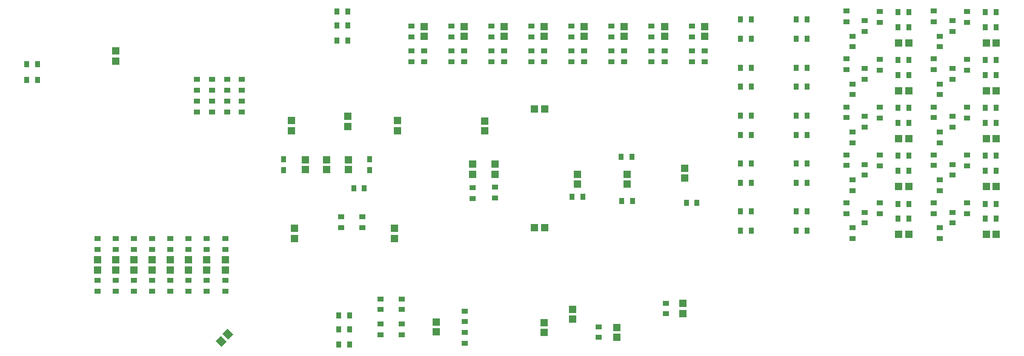
<source format=gbr>
%TF.GenerationSoftware,Altium Limited,Altium Designer,22.4.2 (48)*%
G04 Layer_Color=128*
%FSLAX45Y45*%
%MOMM*%
%TF.SameCoordinates,1579B7B8-C0FA-446B-BA7A-E71437B095E0*%
%TF.FilePolarity,Positive*%
%TF.FileFunction,Paste,Bot*%
%TF.Part,Single*%
G01*
G75*
%TA.AperFunction,SMDPad,CuDef*%
%ADD20R,1.10000X1.05000*%
%ADD21R,1.05000X1.10000*%
%ADD25R,0.90000X0.70000*%
%ADD43R,0.70000X0.90000*%
%ADD91R,0.70000X0.85000*%
%TA.AperFunction,ConnectorPad*%
%ADD92R,0.70000X0.90000*%
%TA.AperFunction,SMDPad,CuDef*%
G04:AMPARAMS|DCode=93|XSize=1.1mm|YSize=1.05mm|CornerRadius=0mm|HoleSize=0mm|Usage=FLASHONLY|Rotation=315.000|XOffset=0mm|YOffset=0mm|HoleType=Round|Shape=Rectangle|*
%AMROTATEDRECTD93*
4,1,4,-0.76014,0.01768,-0.01768,0.76014,0.76014,-0.01768,0.01768,-0.76014,-0.76014,0.01768,0.0*
%
%ADD93ROTATEDRECTD93*%

D20*
X4170001Y2370000D02*
D03*
Y2230000D02*
D03*
X9600002Y3569999D02*
D03*
Y3429998D02*
D03*
X6100000Y3630000D02*
D03*
Y3770000D02*
D03*
X6400000Y3630000D02*
D03*
Y3770000D02*
D03*
X11080000Y1760000D02*
D03*
Y1620000D02*
D03*
X8307497Y4313751D02*
D03*
Y4173751D02*
D03*
X10300000Y3570002D02*
D03*
Y3430002D02*
D03*
X11100000Y3655000D02*
D03*
Y3515000D02*
D03*
X8140000Y3710000D02*
D03*
Y3570000D02*
D03*
X8455000Y3710000D02*
D03*
Y3570000D02*
D03*
X3150000Y5290000D02*
D03*
Y5150000D02*
D03*
X6395000Y4235000D02*
D03*
Y4375000D02*
D03*
X5650000Y2810000D02*
D03*
Y2670000D02*
D03*
X5605000Y4180000D02*
D03*
Y4320000D02*
D03*
X7090000Y4180000D02*
D03*
Y4320000D02*
D03*
X7050000Y2670000D02*
D03*
Y2810000D02*
D03*
X5800000Y3630000D02*
D03*
Y3770000D02*
D03*
X7630000Y1500991D02*
D03*
Y1360991D02*
D03*
X9535002Y1540001D02*
D03*
Y1680001D02*
D03*
X10155002Y1285001D02*
D03*
Y1425001D02*
D03*
X9135002Y1352502D02*
D03*
Y1492502D02*
D03*
X2895001Y2370000D02*
D03*
Y2230000D02*
D03*
X3150001Y2370000D02*
D03*
Y2230000D02*
D03*
X4425001Y2370000D02*
D03*
Y2230000D02*
D03*
X3660001Y2370000D02*
D03*
Y2230000D02*
D03*
X3405001Y2370000D02*
D03*
Y2230000D02*
D03*
X3915001Y2370000D02*
D03*
Y2230000D02*
D03*
X4680001Y2370000D02*
D03*
Y2230000D02*
D03*
X8579007Y5494999D02*
D03*
Y5634998D02*
D03*
X9139007Y5494999D02*
D03*
Y5634998D02*
D03*
X8019007Y5494999D02*
D03*
Y5634998D02*
D03*
X7459007D02*
D03*
Y5494999D02*
D03*
X10259007D02*
D03*
Y5634998D02*
D03*
X11379006Y5494999D02*
D03*
Y5634998D02*
D03*
X9699007Y5494999D02*
D03*
Y5634998D02*
D03*
X10819007Y5494999D02*
D03*
Y5634998D02*
D03*
D21*
X9005000Y4480000D02*
D03*
X9145000D02*
D03*
X9005000Y2825000D02*
D03*
X9145000D02*
D03*
X15455000Y3394998D02*
D03*
X15314999D02*
D03*
X14089999Y2724998D02*
D03*
X14230000D02*
D03*
X15455000Y5405000D02*
D03*
X15314999D02*
D03*
X14230005Y4064998D02*
D03*
X14089999D02*
D03*
X14230000Y3394998D02*
D03*
X14089999D02*
D03*
X14230000Y4734998D02*
D03*
X14089999D02*
D03*
X14230000Y5404998D02*
D03*
X14089999D02*
D03*
X15455000Y4064998D02*
D03*
X15314999D02*
D03*
X15455005Y2724998D02*
D03*
X15314999D02*
D03*
X15455000Y4734998D02*
D03*
X15314999D02*
D03*
D25*
X6850000Y1475000D02*
D03*
Y1325000D02*
D03*
Y1825000D02*
D03*
Y1675000D02*
D03*
X4285000Y4440000D02*
D03*
Y4590000D02*
D03*
Y4745000D02*
D03*
Y4895000D02*
D03*
X4170001Y2515000D02*
D03*
Y2665000D02*
D03*
Y1935000D02*
D03*
Y2085000D02*
D03*
X6600000Y2825000D02*
D03*
Y2975000D02*
D03*
X6300000Y2975000D02*
D03*
Y2825000D02*
D03*
X10835000Y1615000D02*
D03*
Y1765000D02*
D03*
X7150000Y1675000D02*
D03*
Y1825000D02*
D03*
Y1325000D02*
D03*
Y1475000D02*
D03*
X8140000Y3230000D02*
D03*
Y3380000D02*
D03*
X8455000Y3390000D02*
D03*
Y3240000D02*
D03*
X4495000Y4895000D02*
D03*
Y4745000D02*
D03*
Y4590000D02*
D03*
Y4440000D02*
D03*
X4705000Y4895000D02*
D03*
Y4745000D02*
D03*
Y4590000D02*
D03*
Y4440000D02*
D03*
X4915000Y4590000D02*
D03*
Y4440000D02*
D03*
Y4895000D02*
D03*
Y4745000D02*
D03*
X8030000Y1355000D02*
D03*
Y1205000D02*
D03*
X8030000Y1505000D02*
D03*
Y1655000D02*
D03*
X9895682Y1435001D02*
D03*
Y1285001D02*
D03*
X2895001Y1935000D02*
D03*
Y2085000D02*
D03*
Y2515000D02*
D03*
Y2665000D02*
D03*
X3150001Y1935000D02*
D03*
Y2085000D02*
D03*
Y2515000D02*
D03*
Y2665000D02*
D03*
X4425001Y2515000D02*
D03*
Y2665000D02*
D03*
Y1935000D02*
D03*
Y2085000D02*
D03*
X3660001Y2515000D02*
D03*
Y2665000D02*
D03*
Y1935000D02*
D03*
Y2085000D02*
D03*
X3405001Y2515000D02*
D03*
Y2665000D02*
D03*
Y1935000D02*
D03*
Y2085000D02*
D03*
X3915001Y2515000D02*
D03*
Y2665000D02*
D03*
Y1935000D02*
D03*
Y2085000D02*
D03*
X4680001Y2515000D02*
D03*
Y2665000D02*
D03*
Y1935000D02*
D03*
Y2085000D02*
D03*
X8399007Y5639997D02*
D03*
Y5490000D02*
D03*
X8579007Y5144997D02*
D03*
Y5294999D02*
D03*
X8399007Y5144997D02*
D03*
Y5294999D02*
D03*
X8959007Y5639997D02*
D03*
Y5490000D02*
D03*
X9139007Y5144997D02*
D03*
Y5294999D02*
D03*
X8959007Y5144997D02*
D03*
Y5294999D02*
D03*
X7839007Y5639997D02*
D03*
Y5490000D02*
D03*
X8019007Y5144997D02*
D03*
Y5294999D02*
D03*
X7839007Y5144997D02*
D03*
Y5294999D02*
D03*
X7279008Y5490000D02*
D03*
Y5639997D02*
D03*
X7459007Y5294999D02*
D03*
Y5144997D02*
D03*
X7279008Y5294999D02*
D03*
Y5144997D02*
D03*
X10079007Y5639997D02*
D03*
Y5490000D02*
D03*
X10259007Y5144997D02*
D03*
Y5294999D02*
D03*
X10079007Y5144997D02*
D03*
Y5294999D02*
D03*
X11199007Y5639997D02*
D03*
Y5490000D02*
D03*
X11379006Y5144997D02*
D03*
Y5294999D02*
D03*
X11199007Y5144997D02*
D03*
Y5294999D02*
D03*
X9519007Y5639997D02*
D03*
Y5490000D02*
D03*
X9699007Y5144997D02*
D03*
Y5294999D02*
D03*
X9519007Y5144997D02*
D03*
Y5294999D02*
D03*
X10639007Y5639997D02*
D03*
Y5490000D02*
D03*
X10819007Y5144997D02*
D03*
Y5294999D02*
D03*
X10639007Y5144997D02*
D03*
Y5294999D02*
D03*
X13825002Y3165001D02*
D03*
Y3015003D02*
D03*
X13615001Y2884999D02*
D03*
Y3034996D02*
D03*
X13360001Y3170001D02*
D03*
Y3020003D02*
D03*
X13445001Y2669999D02*
D03*
Y2819996D02*
D03*
X15050000Y5695000D02*
D03*
Y5844999D02*
D03*
X14839999Y5715000D02*
D03*
Y5565000D02*
D03*
X14585001Y5700000D02*
D03*
Y5849999D02*
D03*
X14670000Y5500000D02*
D03*
Y5350000D02*
D03*
X13825002Y4354998D02*
D03*
Y4504995D02*
D03*
X13615001Y4375001D02*
D03*
Y4225004D02*
D03*
X13359996Y4359998D02*
D03*
Y4509995D02*
D03*
X13445001Y4160001D02*
D03*
Y4010004D02*
D03*
X13825002Y3684998D02*
D03*
Y3835000D02*
D03*
X13615001Y3705001D02*
D03*
Y3554999D02*
D03*
X13359996Y3689998D02*
D03*
Y3840000D02*
D03*
X13445001Y3490001D02*
D03*
Y3339999D02*
D03*
X13825002Y5025003D02*
D03*
Y5175000D02*
D03*
X13615001Y5044996D02*
D03*
Y4894999D02*
D03*
X13359996Y5030003D02*
D03*
Y5180000D02*
D03*
X13445001Y4829996D02*
D03*
Y4679999D02*
D03*
X13825002Y5694998D02*
D03*
Y5845000D02*
D03*
X13615001Y5715001D02*
D03*
Y5564999D02*
D03*
X13359996Y5699998D02*
D03*
Y5850000D02*
D03*
X13445001Y5500001D02*
D03*
Y5349999D02*
D03*
X15050002Y3685003D02*
D03*
Y3835000D02*
D03*
X14840001Y3704996D02*
D03*
Y3554999D02*
D03*
X14584996Y3690003D02*
D03*
Y3840000D02*
D03*
X14670001Y3489996D02*
D03*
Y3339999D02*
D03*
X15050002Y4354998D02*
D03*
Y4505000D02*
D03*
X14840001Y4375001D02*
D03*
Y4224999D02*
D03*
X14584996Y4359998D02*
D03*
Y4510000D02*
D03*
X14670001Y4160001D02*
D03*
Y4009999D02*
D03*
X15050002Y3014998D02*
D03*
Y3164995D02*
D03*
X14840001Y3035001D02*
D03*
Y2885004D02*
D03*
X14584996Y3019998D02*
D03*
Y3169995D02*
D03*
X14670001Y2820001D02*
D03*
Y2670004D02*
D03*
X15050002Y5024998D02*
D03*
Y5175000D02*
D03*
X14840001Y5045001D02*
D03*
Y4894999D02*
D03*
X14584996Y5029998D02*
D03*
Y5180000D02*
D03*
X14670001Y4830001D02*
D03*
Y4679999D02*
D03*
D43*
X11125000Y3170000D02*
D03*
X11275000D02*
D03*
X9525000Y3250000D02*
D03*
X9675000D02*
D03*
X10365000Y3810000D02*
D03*
X10215000D02*
D03*
X10220000Y3190000D02*
D03*
X10370000Y3190000D02*
D03*
X2060000Y5105000D02*
D03*
X1910000D02*
D03*
X2060000Y4890001D02*
D03*
X1910000Y4890000D02*
D03*
X6475000Y3370000D02*
D03*
X6625000D02*
D03*
X6420000Y1190000D02*
D03*
X6270000D02*
D03*
X6420000Y1395000D02*
D03*
X6270000D02*
D03*
Y1594999D02*
D03*
X6420000D02*
D03*
X6395000Y5440000D02*
D03*
X6245000Y5440000D02*
D03*
X6395000Y5645000D02*
D03*
X6245000Y5645000D02*
D03*
X11879999Y2780000D02*
D03*
X12029999D02*
D03*
X11879999Y3050000D02*
D03*
X12029999D02*
D03*
X12659998Y2780000D02*
D03*
X12809998D02*
D03*
X12659998Y3050000D02*
D03*
X12809998D02*
D03*
X11879999Y3450000D02*
D03*
X12029999D02*
D03*
X11879999Y3720000D02*
D03*
X12029999D02*
D03*
X12659998Y3450000D02*
D03*
X12809998D02*
D03*
X12659998Y3720000D02*
D03*
X12809998D02*
D03*
X11879999Y4120000D02*
D03*
X12029999D02*
D03*
X11879999Y4390000D02*
D03*
X12029999D02*
D03*
X12659998Y4120000D02*
D03*
X12809998D02*
D03*
X12659998Y4390000D02*
D03*
X12809998D02*
D03*
X11879999Y4790000D02*
D03*
X12029999D02*
D03*
X11879999Y5060000D02*
D03*
X12029999D02*
D03*
X12659998Y4790000D02*
D03*
X12809998D02*
D03*
X12659998Y5060000D02*
D03*
X12809998D02*
D03*
X11879999Y5459999D02*
D03*
X12029999D02*
D03*
X11879999Y5729999D02*
D03*
X12029999D02*
D03*
X12659998Y5730000D02*
D03*
X12809998D02*
D03*
X12659998Y5460000D02*
D03*
X12809998D02*
D03*
X14230000Y3155001D02*
D03*
X14080003D02*
D03*
X14230000Y2945001D02*
D03*
X14080003D02*
D03*
X15305000Y5835000D02*
D03*
X15455000D02*
D03*
X15305000Y5625000D02*
D03*
X15455000D02*
D03*
X14079999Y4495001D02*
D03*
X14229996D02*
D03*
X14079999Y4285001D02*
D03*
X14229996D02*
D03*
X14079999Y3825001D02*
D03*
X14230000D02*
D03*
X14079999Y3615001D02*
D03*
X14230000D02*
D03*
X14080003Y5165001D02*
D03*
X14230000D02*
D03*
X14080003Y4955001D02*
D03*
X14230000D02*
D03*
X14079999Y5835001D02*
D03*
X14230000D02*
D03*
X14079999Y5625001D02*
D03*
X14230000D02*
D03*
X15305003Y3825001D02*
D03*
X15455000D02*
D03*
X15305003Y3615001D02*
D03*
X15455000D02*
D03*
X15304997Y4495001D02*
D03*
X15455000D02*
D03*
X15304997Y4285001D02*
D03*
X15455000D02*
D03*
X15304997Y3155001D02*
D03*
X15454996D02*
D03*
X15304997Y2945001D02*
D03*
X15454996D02*
D03*
X15304997Y5165001D02*
D03*
X15455000D02*
D03*
X15304997Y4955001D02*
D03*
X15455000D02*
D03*
D91*
X5500000Y3622500D02*
D03*
Y3777500D02*
D03*
X6700000D02*
D03*
Y3622500D02*
D03*
D92*
X6245000Y5844999D02*
D03*
X6395000Y5844999D02*
D03*
D93*
X4719498Y1329497D02*
D03*
X4620503Y1230502D02*
D03*
%TF.MD5,94f5ec4f022de8595ec1f56393df35b8*%
M02*

</source>
